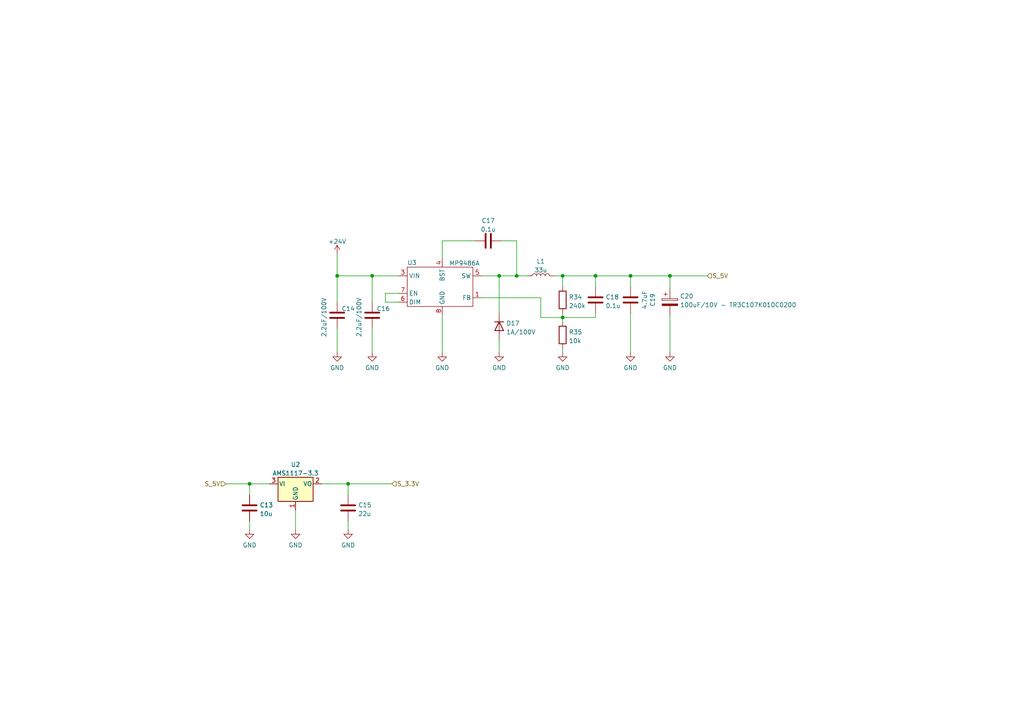
<source format=kicad_sch>
(kicad_sch (version 20211123) (generator eeschema)
  (paper "A4")
  (title_block (title "FloatPUMP Schematics") (date "2022-11-11") (rev "1.0") (company "robtor.de") (comment 1 "Controller board for up to 3 water pumps") (comment 2 "measuring capabilities with piezoresistive pressure sensors") (comment 3 "sensor input Range 4mA-20mA"))
  (lib_symbols
    (symbol "Device:C" (pin_numbers hide) (pin_names (offset 0.254))
      (property "Reference" "C" (at 0.635 2.54 0))
      (property "Value" "C" (at 0.635 -2.54 0))
      (symbol "C_0_1"
        (polyline (pts (xy -2.032 -0.762) (xy 2.032 -0.762)) (stroke (width 0.508)))
        (polyline (pts (xy -2.032 0.762) (xy 2.032 0.762)) (stroke (width 0.508)))
      )
      (symbol "C_1_1"
        (pin passive line (at 0 3.81 270) (length 2.794) (name "~") (number "1"))
        (pin passive line (at 0 -3.81 90) (length 2.794) (name "~") (number "2"))
      )
    )
    (symbol "Device:C_Polarized" (pin_numbers hide) (pin_names (offset 0.254))
      (property "Reference" "C" (at 0.635 2.54 0))
      (property "Value" "C_Polarized" (at 0.635 -2.54 0))
      (symbol "C_Polarized_0_1"
        (rectangle (start -2.286 0.508) (end 2.286 1.016))
        (polyline (pts (xy -1.778 2.286) (xy -0.762 2.286)))
        (polyline (pts (xy -1.27 2.794) (xy -1.27 1.778)))
        (rectangle (start 2.286 -0.508) (end -2.286 -1.016) (fill (type outline)))
      )
      (symbol "C_Polarized_1_1"
        (pin passive line (at 0 3.81 270) (length 2.794) (name "~") (number "1"))
        (pin passive line (at 0 -3.81 90) (length 2.794) (name "~") (number "2"))
      )
    )
    (symbol "Device:D" (pin_numbers hide) (pin_names (offset 1.016) hide)
      (property "Reference" "D" (at 0 2.54 0))
      (property "Value" "D" (at 0 -2.54 0))
      (symbol "D_0_1"
        (polyline (pts (xy -1.27 1.27) (xy -1.27 -1.27)) (stroke (width 0.254)))
        (polyline (pts (xy 1.27 0) (xy -1.27 0)))
        (polyline (pts (xy 1.27 1.27) (xy 1.27 -1.27) (xy -1.27 0) (xy 1.27 1.27)) (stroke (width 0.254)))
      )
      (symbol "D_1_1"
        (pin passive line (at -3.81 0 0) (length 2.54) (name "K") (number "1"))
        (pin passive line (at 3.81 0 180) (length 2.54) (name "A") (number "2"))
      )
    )
    (symbol "Device:L" (pin_numbers hide) (pin_names (offset 1.016) hide)
      (property "Reference" "L" (at -1.27 0 90))
      (property "Value" "L" (at 1.905 0 90))
      (symbol "L_0_1"
        (arc (start 0 -2.54) (mid 0.635 -1.905) (end 0 -1.27))
        (arc (start 0 -1.27) (mid 0.635 -0.635) (end 0 0))
        (arc (start 0 0) (mid 0.635 0.635) (end 0 1.27))
        (arc (start 0 1.27) (mid 0.635 1.905) (end 0 2.54))
      )
      (symbol "L_1_1"
        (pin passive line (at 0 3.81 270) (length 1.27) (name "1") (number "1"))
        (pin passive line (at 0 -3.81 90) (length 1.27) (name "2") (number "2"))
      )
    )
    (symbol "Device:R" (pin_numbers hide) (pin_names (offset 0))
      (property "Reference" "R" (at 2.032 0 90))
      (property "Value" "R" (at 0 0 90))
      (symbol "R_0_1"
        (rectangle (start -1.016 -2.54) (end 1.016 2.54) (stroke (width 0.254)))
      )
      (symbol "R_1_1"
        (pin passive line (at 0 3.81 270) (length 1.27) (name "~") (number "1"))
        (pin passive line (at 0 -3.81 90) (length 1.27) (name "~") (number "2"))
      )
    )
    (symbol "Regulator_Linear:AMS1117-3.3" (pin_names (offset 0.254))
      (property "Reference" "U" (at -3.81 3.175 0))
      (property "Value" "AMS1117-3.3" (at 0 3.175 0))
      (symbol "AMS1117-3.3_0_1"
        (rectangle (start -5.08 -5.08) (end 5.08 1.905) (stroke (width 0.254)) (fill (type background)))
      )
      (symbol "AMS1117-3.3_1_1"
        (pin power_in line (at 0 -7.62 90) (length 2.54) (name "GND") (number "1"))
        (pin power_out line (at 7.62 0 180) (length 2.54) (name "VO") (number "2"))
        (pin power_in line (at -7.62 0 0) (length 2.54) (name "VI") (number "3"))
      )
    )
    (symbol "custom_parts:MP9486A"
      (property "Reference" "U" (at -3.81 7.62 0))
      (property "Value" "MP9486A" (at 3.81 1.27 0))
      (symbol "MP9486A_0_1"
        (rectangle (start -5.08 6.35) (end 13.97 -5.08) (stroke (width 0.1524)))
      )
      (symbol "MP9486A_1_1"
        (pin input line (at 16.51 -2.54 180) (length 2.54) (name "FB") (number "1"))
        (pin power_in line (at -7.62 3.81 0) (length 2.54) (name "VIN") (number "3"))
        (pin bidirectional line (at 5.08 8.89 270) (length 2.54) (name "BST") (number "4"))
        (pin power_out line (at 16.51 3.81 180) (length 2.54) (name "SW") (number "5"))
        (pin input line (at -7.62 -3.81 0) (length 2.54) (name "DIM") (number "6"))
        (pin input line (at -7.62 -1.27 0) (length 2.54) (name "EN") (number "7"))
        (pin power_out line (at 5.08 -7.62 90) (length 2.54) (name "GND") (number "8"))
      )
    )
    (symbol "power:+24V" (power) (pin_names (offset 0))
      (property "Value" "+24V" (at 0 3.556 0))
      (symbol "+24V_0_1"
        (polyline (pts (xy -0.762 1.27) (xy 0 2.54)))
        (polyline (pts (xy 0 0) (xy 0 2.54)))
        (polyline (pts (xy 0 2.54) (xy 0.762 1.27)))
      )
      (symbol "+24V_1_1"
        (pin power_in line (at 0 0 90) (length 0) hide (name "+24V") (number "1"))
      )
    )
    (symbol "power:GND" (power) (pin_names (offset 0))
      (property "Value" "GND" (at 0 -3.81 0))
      (symbol "GND_0_1"
        (polyline (pts (xy 0 0) (xy 0 -1.27) (xy 1.27 -1.27) (xy 0 -2.54) (xy -1.27 -1.27) (xy 0 -1.27)))
      )
      (symbol "GND_1_1"
        (pin power_in line (at 0 0 270) (length 0) hide (name "GND") (number "1"))
      )
    )
  )
  (junction (at 163.195 80.01))
  (junction (at 107.95 80.01))
  (junction (at 172.72 80.01))
  (junction (at 97.79 80.01))
  (junction (at 144.78 80.01))
  (junction (at 72.39 140.335))
  (junction (at 163.195 92.075))
  (junction (at 182.88 80.01))
  (junction (at 194.31 80.01))
  (junction (at 100.965 140.335))
  (junction (at 149.86 80.01))
  (wire (pts (xy 163.195 92.075) (xy 163.195 93.345)))
  (wire (pts (xy 172.72 92.075) (xy 163.195 92.075)))
  (wire (pts (xy 128.27 69.85) (xy 128.27 74.93)))
  (wire (pts (xy 111.76 87.63) (xy 111.76 85.09)))
  (wire (pts (xy 145.415 69.85) (xy 149.86 69.85)))
  (wire (pts (xy 100.965 143.51) (xy 100.965 140.335)))
  (wire (pts (xy 111.76 85.09) (xy 115.57 85.09)))
  (wire (pts (xy 172.72 90.805) (xy 172.72 92.075)))
  (wire (pts (xy 107.95 80.01) (xy 115.57 80.01)))
  (wire (pts (xy 97.79 73.66) (xy 97.79 80.01)))
  (wire (pts (xy 149.86 69.85) (xy 149.86 80.01)))
  (wire (pts (xy 163.195 80.01) (xy 160.655 80.01)))
  (wire (pts (xy 93.345 140.335) (xy 100.965 140.335)))
  (wire (pts (xy 107.95 80.01) (xy 107.95 87.63)))
  (wire (pts (xy 144.78 98.425) (xy 144.78 102.235)))
  (wire (pts (xy 194.31 83.82) (xy 194.31 80.01)))
  (wire (pts (xy 172.72 83.185) (xy 172.72 80.01)))
  (wire (pts (xy 85.725 153.67) (xy 85.725 147.955)))
  (wire (pts (xy 100.965 151.13) (xy 100.965 153.67)))
  (wire (pts (xy 107.95 95.25) (xy 107.95 102.235)))
  (wire (pts (xy 65.405 140.335) (xy 72.39 140.335)))
  (wire (pts (xy 97.79 80.01) (xy 107.95 80.01)))
  (wire (pts (xy 194.31 80.01) (xy 205.105 80.01)))
  (wire (pts (xy 163.195 80.01) (xy 172.72 80.01)))
  (wire (pts (xy 72.39 151.13) (xy 72.39 153.67)))
  (wire (pts (xy 137.795 69.85) (xy 128.27 69.85)))
  (wire (pts (xy 182.88 90.805) (xy 182.88 102.235)))
  (wire (pts (xy 97.79 95.25) (xy 97.79 102.235)))
  (wire (pts (xy 128.27 91.44) (xy 128.27 102.235)))
  (wire (pts (xy 163.195 90.805) (xy 163.195 92.075)))
  (wire (pts (xy 163.195 100.965) (xy 163.195 102.235)))
  (wire (pts (xy 115.57 87.63) (xy 111.76 87.63)))
  (wire (pts (xy 156.845 92.075) (xy 163.195 92.075)))
  (wire (pts (xy 144.78 80.01) (xy 139.7 80.01)))
  (wire (pts (xy 97.79 80.01) (xy 97.79 87.63)))
  (wire (pts (xy 149.86 80.01) (xy 144.78 80.01)))
  (wire (pts (xy 194.31 91.44) (xy 194.31 102.235)))
  (wire (pts (xy 194.31 80.01) (xy 182.88 80.01)))
  (wire (pts (xy 139.7 86.36) (xy 156.845 86.36)))
  (wire (pts (xy 182.88 80.01) (xy 172.72 80.01)))
  (wire (pts (xy 72.39 140.335) (xy 72.39 143.51)))
  (wire (pts (xy 156.845 86.36) (xy 156.845 92.075)))
  (wire (pts (xy 144.78 90.805) (xy 144.78 80.01)))
  (wire (pts (xy 72.39 140.335) (xy 78.105 140.335)))
  (wire (pts (xy 100.965 140.335) (xy 113.665 140.335)))
  (wire (pts (xy 163.195 83.185) (xy 163.195 80.01)))
  (wire (pts (xy 182.88 83.185) (xy 182.88 80.01)))
  (wire (pts (xy 149.86 80.01) (xy 153.035 80.01)))
  (hierarchical_label "S_5V" (shape input) (at 205.105 80.01 0))
  (hierarchical_label "S_5V" (shape input) (at 65.405 140.335 180))
  (hierarchical_label "S_3.3V" (shape input) (at 113.665 140.335 0))
  (symbol (lib_id "custom_parts:MP9486A") (at 123.19 83.82 0) (unit 1)
    (property "Reference" "U3" (at 118.11 76.2 0) (effects (justify left)))
    (property "Value" "MP9486A" (at 130.2894 76.3579 0) (effects (justify left)))
    (property "Footprint" "custom_parts:MP9486A-SOIC-8" (effects hide))
    (property "Datasheet" "https://www.monolithicpower.com/pub/media/document/m/p/mp9486a_r1.0.pdf" (effects hide))
    (property "JLCPCB" "C404013" (effects hide))
  )
  (symbol (lib_id "Device:R") (at 163.195 97.155 0) (unit 1)
    (property "Reference" "R35" (at 164.973 96.3203 0) (effects (justify left)))
    (property "Value" "10k" (at 164.973 98.8572 0) (effects (justify left)))
    (property "Footprint" "Resistor_SMD:R_0603_1608Metric" (effects hide))
    (property "JLCPCB" "C238881" (effects hide))
  )
  (symbol (lib_id "power:GND") (at 72.39 153.67 0) (unit 1)
    (property "Reference" "#PWR073" (effects hide))
    (property "Value" "GND" (at 72.39 158.1134 0))
  )
  (symbol (lib_id "Device:C") (at 100.965 147.32 0) (unit 1)
    (property "Reference" "C15" (at 103.886 146.4853 0) (effects (justify left)))
    (property "Value" "22u" (at 103.886 149.0222 0) (effects (justify left)))
    (property "Footprint" "Capacitor_Tantalum_SMD:CP_EIA-3216-18_Kemet-A" (effects hide))
    (property "JLCPCB" "C129272" (effects hide))
  )
  (symbol (lib_id "power:GND") (at 182.88 102.235 0) (unit 1)
    (property "Reference" "#PWR082" (effects hide))
    (property "Value" "GND" (at 182.88 106.6784 0))
  )
  (symbol (lib_id "power:GND") (at 107.95 102.235 0) (unit 1)
    (property "Reference" "#PWR078" (effects hide))
    (property "Value" "GND" (at 107.95 106.6784 0))
  )
  (symbol (lib_id "Device:C") (at 97.79 91.44 180) (unit 1)
    (property "Reference" "C14" (at 99.06 89.535 0) (effects (justify right)))
    (property "Value" "2.2uF/100V" (at 93.98 97.79 90) (effects (justify right)))
    (property "Footprint" "Capacitor_SMD:C_1206_3216Metric" (effects hide))
    (property "Datasheet" "https://datasheet.lcsc.com/lcsc/2007130933_Samsung-Electro-Mechanics-CL31B225KCHSNNE_C170101.pdf" (effects hide))
    (property "JLCPCB" "C170101" (effects hide))
  )
  (symbol (lib_id "Device:D") (at 144.78 94.615 270) (unit 1)
    (property "Reference" "D17" (at 146.812 93.7803 90) (effects (justify left)))
    (property "Value" "1A/100V" (at 146.812 96.3172 90) (effects (justify left)))
    (property "Footprint" "Diode_SMD:D_SOD-123F" (effects hide))
    (property "Datasheet" "https://datasheet.lcsc.com/lcsc/1912111437_MCC-Micro-Commercial-Components-SM4002PL-TP_C151753.pdf" (effects hide))
    (property "JLCPCB" "C151753" (effects hide))
  )
  (symbol (lib_id "power:+24V") (at 97.79 73.66 0) (unit 1)
    (property "Reference" "#PWR075" (effects hide))
    (property "Value" "+24V" (at 97.79 70.0842 0))
  )
  (symbol (lib_id "Device:C") (at 72.39 147.32 0) (unit 1)
    (property "Reference" "C13" (at 75.311 146.4853 0) (effects (justify left)))
    (property "Value" "10u" (at 75.311 149.0222 0) (effects (justify left)))
    (property "Footprint" "Capacitor_Tantalum_SMD:CP_EIA-3216-18_Kemet-A" (effects hide))
    (property "JLCPCB" "C7177" (effects hide))
  )
  (symbol (lib_id "Device:L") (at 156.845 80.01 90) (unit 1)
    (property "Reference" "L1" (at 156.845 75.8022 90))
    (property "Value" "33u" (at 156.845 78.3391 90))
    (property "Footprint" "custom_parts:L_MS1040-330M" (effects hide))
    (property "Datasheet" "https://datasheet.lcsc.com/lcsc/1912111437_COILMX-MS1040-330M_C380056.pdf" (effects hide))
    (property "JLCPCB" "C380056" (effects hide))
  )
  (symbol (lib_id "power:GND") (at 85.725 153.67 0) (unit 1)
    (property "Reference" "#PWR074" (effects hide))
    (property "Value" "GND" (at 85.725 158.1134 0))
  )
  (symbol (lib_id "Device:R") (at 163.195 86.995 0) (unit 1)
    (property "Reference" "R34" (at 164.973 86.1603 0) (effects (justify left)))
    (property "Value" "240k" (at 164.973 88.6972 0) (effects (justify left)))
    (property "Footprint" "Resistor_SMD:R_0603_1608Metric" (effects hide))
    (property "Datasheet" "https://datasheet.lcsc.com/lcsc/2206010230_UNI-ROYAL-Uniroyal-Elec-0603WAF2403T5E_C4197.pdf" (effects hide))
    (property "JLCPCB" "C4197" (effects hide))
  )
  (symbol (lib_id "power:GND") (at 144.78 102.235 0) (unit 1)
    (property "Reference" "#PWR080" (effects hide))
    (property "Value" "GND" (at 144.78 106.6784 0))
  )
  (symbol (lib_id "Device:C") (at 107.95 91.44 180) (unit 1)
    (property "Reference" "C16" (at 109.22 89.535 0) (effects (justify right)))
    (property "Value" "2.2uF/100V" (at 104.14 97.79 90) (effects (justify right)))
    (property "Footprint" "Capacitor_SMD:C_1206_3216Metric" (effects hide))
    (property "Datasheet" "https://datasheet.lcsc.com/lcsc/2007130933_Samsung-Electro-Mechanics-CL31B225KCHSNNE_C170101.pdf" (effects hide))
    (property "JLCPCB" "C170101" (effects hide))
  )
  (symbol (lib_id "power:GND") (at 128.27 102.235 0) (unit 1)
    (property "Reference" "#PWR079" (effects hide))
    (property "Value" "GND" (at 128.27 106.6784 0))
  )
  (symbol (lib_id "Device:C") (at 182.88 86.995 180) (unit 1)
    (property "Reference" "C19" (at 189.2808 86.995 90))
    (property "Value" "4.7uF" (at 186.9694 86.995 90))
    (property "Footprint" "Capacitor_SMD:C_0603_1608Metric" (effects hide))
    (property "JLCPCB" " C152896 " (effects hide))
  )
  (symbol (lib_id "power:GND") (at 97.79 102.235 0) (unit 1)
    (property "Reference" "#PWR076" (effects hide))
    (property "Value" "GND" (at 97.79 106.6784 0))
  )
  (symbol (lib_id "power:GND") (at 194.31 102.235 0) (unit 1)
    (property "Reference" "#PWR083" (effects hide))
    (property "Value" "GND" (at 194.31 106.6784 0))
  )
  (symbol (lib_id "power:GND") (at 100.965 153.67 0) (unit 1)
    (property "Reference" "#PWR077" (effects hide))
    (property "Value" "GND" (at 100.965 158.1134 0))
  )
  (symbol (lib_id "Regulator_Linear:AMS1117-3.3") (at 85.725 140.335 0) (unit 1)
    (property "Reference" "U2" (at 85.725 134.7302 0))
    (property "Value" "AMS1117-3.3" (at 85.725 137.2671 0))
    (property "Footprint" "Package_TO_SOT_SMD:SOT-223-3_TabPin2" (effects hide))
    (property "Datasheet" "https://datasheet.lcsc.com/lcsc/2110121330_YONGYUTAI-AMS1117-3-3_C2904742.pdf" (effects hide))
    (property "JLCPCB" "C2904742" (effects hide))
  )
  (symbol (lib_id "Device:C_Polarized") (at 194.31 87.63 0) (unit 1)
    (property "Reference" "C20" (at 197.231 85.9063 0) (effects (justify left)))
    (property "Value" "100uF/10V - TR3C107K010C0200" (at 197.231 88.4432 0) (effects (justify left)))
    (property "Footprint" "Capacitor_Tantalum_SMD:CP_EIA-7343-31_Kemet-D" (effects hide))
    (property "JLCPCB" "C171666" (effects hide))
  )
  (symbol (lib_id "Device:C") (at 172.72 86.995 180) (unit 1)
    (property "Reference" "C18" (at 175.641 86.1603 0) (effects (justify right)))
    (property "Value" "0.1u" (at 175.641 88.6972 0) (effects (justify right)))
    (property "Footprint" "Capacitor_SMD:C_0603_1608Metric" (effects hide))
    (property "Datasheet" "https://datasheet.lcsc.com/lcsc/1811092010_Samsung-Electro-Mechanics-CL10B104KA8NNNC_C1590.pdf" (effects hide))
    (property "JLCPCB" "C1590" (effects hide))
  )
  (symbol (lib_id "Device:C") (at 141.605 69.85 90) (unit 1)
    (property "Reference" "C17" (at 141.605 63.9912 90))
    (property "Value" "0.1u" (at 141.605 66.5281 90))
    (property "Footprint" "Capacitor_SMD:C_0603_1608Metric" (effects hide))
    (property "Datasheet" "https://datasheet.lcsc.com/lcsc/1811092010_Samsung-Electro-Mechanics-CL10B104KA8NNNC_C1590.pdf" (effects hide))
    (property "JLCPCB" "C1590" (effects hide))
  )
  (symbol (lib_id "power:GND") (at 163.195 102.235 0) (unit 1)
    (property "Reference" "#PWR081" (effects hide))
    (property "Value" "GND" (at 163.195 106.6784 0))
  )
)
</source>
